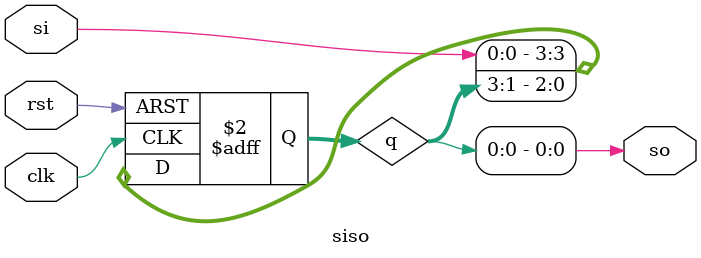
<source format=v>
module siso(so,si,clk,rst);
output so;
input si,clk,rst;
reg [3:0] q;

always@(posedge clk or posedge rst)
begin
if(rst)
q<=4'b0;
else
q<={si,q[3:1]};
end
assign so=q[0];
endmodule



</source>
